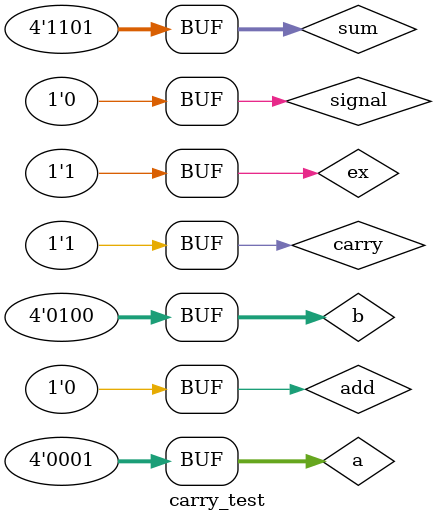
<source format=v>
`timescale 1ns / 1ps

module carry_test;
    reg [3:0] a, b, sum;
	 reg ex;
	 reg carry;
	 reg add;
	 reg signal;
	 initial begin
	     #100;
	     signal = 0;
		  
		  add = 1;
	     $display("test addition");
	     a = 10;
		  b = 7;
		  signal = ~signal;
		  #1;
		  
		  add = 0;
	     $display("test subtraction");
		  a = 1;
		  b = 4;
		  signal = ~signal;
		  #1;
	 end
	 
	 always @(signal) begin
	     if (add) begin
		      {ex, sum} = a + b;
				carry = ex;
		      $display("carry=%b, sum=%b, a = %b, b = %b", carry, sum, a, b);
		  end else begin
		      {ex, sum} = a - b;
		      carry = ex;
		      $display("borrow=%b, diff=%b, a = %b, b = %b", carry, sum, a, b);
		  end
	 end
		  
		  
endmodule

</source>
